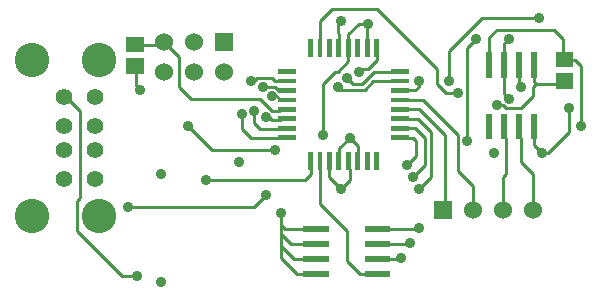
<source format=gbr>
G04 start of page 2 for group 0 idx 0 *
G04 Title: (unknown), component *
G04 Creator: pcb 20091103 *
G04 CreationDate: Sat 19 Mar 2011 11:45:18 AM GMT UTC *
G04 For: gjhurlbu *
G04 Format: Gerber/RS-274X *
G04 PCB-Dimensions: 600000 500000 *
G04 PCB-Coordinate-Origin: lower left *
%MOIN*%
%FSLAX25Y25*%
%LNFRONT*%
%ADD11C,0.0100*%
%ADD12C,0.0560*%
%ADD13C,0.1150*%
%ADD14C,0.0200*%
%ADD15C,0.0600*%
%ADD16C,0.0360*%
%ADD17R,0.0200X0.0200*%
%ADD18R,0.0512X0.0512*%
%ADD19R,0.0157X0.0157*%
%ADD20C,0.0910*%
%ADD21C,0.0380*%
G54D11*X163000Y379000D02*X166000Y382000D01*
Y385583D01*
X165575Y386008D01*
X168725Y390434D02*Y393275D01*
X166000Y396000D01*
X162425Y390434D02*Y392425D01*
X166000Y396000D01*
X184992Y395977D02*X187023D01*
X188000Y395000D01*
X187874Y399126D02*X191000Y396000D01*
X184992Y399126D02*X187874D01*
X184992Y402276D02*X188724D01*
X193000Y398000D01*
X184992Y405425D02*X189275D01*
X197786Y396914D01*
X184992Y408575D02*X190425D01*
X184992Y411725D02*X187725D01*
X189000Y413000D01*
Y415000D01*
X190425Y408575D02*X202000Y397000D01*
Y385000D01*
Y411000D02*X198000D01*
X195000Y414000D01*
X199000Y425000D02*Y415000D01*
X195000Y414000D02*Y419000D01*
X162425Y427992D02*Y430575D01*
X171874Y427992D02*Y433874D01*
X172000Y434000D01*
X165575Y427992D02*Y430575D01*
X169000Y434000D01*
X172000D01*
X162425Y430575D02*X162000Y431000D01*
Y434000D01*
X163000Y435000D01*
X160000Y439000D02*X156000Y435000D01*
Y428118D01*
X156126Y427992D01*
X174000Y439000D02*X160000D01*
X180566Y414874D02*X173874D01*
X180566Y418024D02*X174024D01*
X175023Y423566D02*Y422023D01*
X172000Y419000D01*
X175000Y439000D02*X173000D01*
X175000D02*X195000Y419000D01*
X173874Y414874D02*X171000Y412000D01*
X174024Y418024D02*X170000Y414000D01*
X171000Y412000D02*X163000D01*
X162000Y413000D01*
X170000Y414000D02*X167000D01*
X165000Y416000D01*
X172000Y419000D02*X170000D01*
X169000Y418000D01*
X165575Y423566D02*Y421575D01*
X162000Y418000D01*
X157000Y397000D02*Y414000D01*
X161000Y418000D01*
X162000D01*
X151500Y350500D02*X148500D01*
X172000D02*X169500D01*
X165000Y355000D01*
X148500Y350500D02*X143000Y356000D01*
X147500Y355500D02*X143000Y360000D01*
X146500Y360500D02*X143000Y364000D01*
X144500Y365500D02*X143000Y367000D01*
Y356000D02*Y371000D01*
X151500Y355500D02*X147500D01*
X151500Y360500D02*X146500D01*
X151500Y365500D02*X144500D01*
X76000Y376000D02*X75000Y375000D01*
Y365000D01*
X90000Y350000D01*
X95000D01*
X70700Y409600D02*X71400D01*
X76000Y405000D01*
Y376000D01*
X94786Y419914D02*Y413214D01*
X96000Y412000D01*
X94000Y427000D02*X103000D01*
X104000Y428000D01*
X109000Y423000D01*
Y413000D01*
X165000Y355000D02*Y365000D01*
X156000Y374000D01*
Y385882D01*
X156126Y386008D01*
X159276D02*Y382724D01*
X163000Y379000D01*
X151000Y382000D02*X153000Y384000D01*
Y385985D01*
X152977Y386008D01*
X118000Y382000D02*X151000D01*
X143008Y395976D02*X134024D01*
X134000Y396000D01*
X133000D01*
X141000Y392000D02*X120000D01*
X133000Y396000D02*X130000Y399000D01*
X120000Y392000D02*X112000Y400000D01*
X92000Y373000D02*X134000D01*
X138000Y377000D01*
X130000Y399000D02*Y404000D01*
X134000Y405000D02*Y401000D01*
X136000Y399000D01*
X125000Y409000D02*X136000D01*
X113000D02*X121000D01*
X109000Y413000D02*X113000Y409000D01*
X126000D01*
X138000Y403000D02*X139000D01*
X140000Y402000D01*
X142733D01*
X136000Y399000D02*X142882D01*
X143008Y399126D01*
X142733Y402000D02*X143008Y402275D01*
X133000Y415000D02*X134000D01*
X135000Y416000D01*
X140000D01*
X141000Y415000D01*
X142882D01*
X143008Y414874D01*
X137000Y413000D02*X141000D01*
X142000Y412000D01*
X142732D01*
X143008Y411724D01*
X140000Y410000D02*X141583D01*
X143008Y408575D01*
X136000Y409000D02*X140000Y405000D01*
X142583D01*
X143008Y405425D01*
X217000Y372000D02*Y383000D01*
X218000Y384000D01*
Y396000D01*
X227000Y372000D02*Y384000D01*
X223000Y388000D01*
Y396000D01*
X222500Y396500D01*
X227500D02*Y393500D01*
X230000Y391000D01*
X232000D01*
X239000Y398000D01*
Y406000D01*
X188000Y395000D02*Y390000D01*
X191000Y396000D02*Y387000D01*
X187000Y383000D01*
X193000Y398000D02*Y383000D01*
X188000Y390000D02*X185000Y387000D01*
X193000Y383000D02*X189000Y379000D01*
X197786Y396914D02*Y372786D01*
X197000Y372000D01*
X202000Y385000D02*X207000Y380000D01*
Y372000D01*
X178500Y365500D02*X188500D01*
X189000Y366000D01*
X178500Y355500D02*X182500D01*
X183000Y356000D01*
X178500Y360500D02*X185500D01*
X186000Y361000D01*
X227500Y417000D02*Y414500D01*
X234914Y414000D02*X236000Y415086D01*
X222500Y417000D02*Y413500D01*
X215000Y432000D02*X234000D01*
X237000Y429000D01*
X217500Y423500D02*Y427500D01*
X219000Y429000D01*
X237000Y422214D02*X237214Y422000D01*
X237000Y429000D02*Y423214D01*
X227500Y414500D02*X228000Y414000D01*
X234914D01*
X222500Y413500D02*X223000Y413000D01*
X227000D02*X228000Y414000D01*
X238000Y422000D02*X241000D01*
X243000Y420000D01*
Y400000D01*
X218000Y396000D02*X217500Y396500D01*
Y417000D02*Y410500D01*
X219000Y409000D01*
X215000Y407000D02*X217000D01*
X218000Y406000D01*
X223000D01*
X227000Y410000D01*
Y413000D01*
X205000Y395000D02*Y426000D01*
X212500Y429500D02*X215000Y432000D01*
X212500Y424500D02*Y429500D01*
X205000Y426000D02*X208000Y429000D01*
X229000Y436000D02*X210000D01*
X199000Y425000D01*
G54D12*X70700Y409600D03*
Y399800D03*
Y382100D03*
G54D13*X60000Y370000D03*
G54D12*X81000Y409600D03*
G54D13*X82400Y421700D03*
X60000D03*
G54D12*X81000Y399800D03*
Y391900D03*
Y382100D03*
G54D13*X82400Y370000D03*
G54D14*G36*
X121000Y431000D02*Y425000D01*
X127000D01*
Y431000D01*
X121000D01*
G37*
G54D15*X124000Y418000D03*
X114000Y428000D03*
Y418000D03*
X104000Y428000D03*
Y418000D03*
G54D12*X70700Y391900D03*
G54D14*G36*
X194000Y375000D02*Y369000D01*
X200000D01*
Y375000D01*
X194000D01*
G37*
G54D15*X207000Y372000D03*
X217000D03*
X227000D03*
G54D16*X223000Y413000D03*
X230000Y391000D03*
X202000Y411000D03*
X199000Y415000D03*
X219000Y409000D03*
X214000Y391000D03*
X205000Y395000D03*
X219000Y429000D03*
X229000Y436000D03*
X208000Y429000D03*
X215000Y407000D03*
X239000Y406000D03*
X243000Y400000D03*
X103000Y384000D03*
Y348000D03*
X95000Y350000D03*
X143000Y371000D03*
X118000Y382000D03*
X138000Y377000D03*
X130000Y404000D03*
X134000Y405000D03*
X138000Y403000D03*
X133000Y415000D03*
X137000Y413000D03*
X140000Y410000D03*
X96000Y412000D03*
X112000Y400000D03*
X141000Y392000D03*
X129000Y388000D03*
X92000Y373000D03*
X163000Y379000D03*
X185000Y387000D03*
X187000Y383000D03*
X189000Y379000D03*
Y366000D03*
Y415000D03*
X183000Y356000D03*
X186000Y361000D03*
X163000Y435000D03*
X172000Y434000D03*
X165000Y416000D03*
X169000Y418000D03*
X162000Y413000D03*
X166000Y396000D03*
X157000Y397000D03*
G54D17*X212500Y403000D02*Y396500D01*
X217500Y403000D02*Y396500D01*
X222500Y403000D02*Y396500D01*
X227500Y403000D02*Y396500D01*
G54D18*X237214Y414914D02*X238000D01*
G54D17*X217500Y423500D02*Y417000D01*
X212500Y423500D02*Y417000D01*
G54D18*X237214Y422000D02*X238000D01*
G54D17*X222500Y423500D02*Y417000D01*
X227500Y423500D02*Y417000D01*
G54D18*X94000Y427000D02*X94786D01*
X94000Y419914D02*X94786D01*
G54D17*X172000Y350500D02*X178500D01*
X172000Y355500D02*X178500D01*
X172000Y360500D02*X178500D01*
X172000Y365500D02*X178500D01*
X151500D02*X158000D01*
X151500Y360500D02*X158000D01*
X151500Y355500D02*X158000D01*
X151500Y350500D02*X158000D01*
G54D19*X180566Y395977D02*X184992D01*
X180566Y399126D02*X184992D01*
X180566Y402276D02*X184992D01*
X180566Y405425D02*X184992D01*
X180566Y408575D02*X184992D01*
X180566Y411725D02*X184992D01*
X180566Y414874D02*X184992D01*
X180566Y418024D02*X184992D01*
X152977Y390434D02*Y386008D01*
X156126Y390434D02*Y386008D01*
X159276Y390434D02*Y386008D01*
X162425Y390434D02*Y386008D01*
X165575Y390434D02*Y386008D01*
X168725Y390434D02*Y386008D01*
X171874Y390434D02*Y386008D01*
X175024Y390434D02*Y386008D01*
X175023Y427992D02*Y423566D01*
X171874Y427992D02*Y423566D01*
X168724Y427992D02*Y423566D01*
X165575Y427992D02*Y423566D01*
X162425Y427992D02*Y423566D01*
X159275Y427992D02*Y423566D01*
X156126Y427992D02*Y423566D01*
X152976Y427992D02*Y423566D01*
X143008Y418023D02*X147434D01*
X143008Y414874D02*X147434D01*
X143008Y411724D02*X147434D01*
X143008Y408575D02*X147434D01*
X143008Y405425D02*X147434D01*
X143008Y402275D02*X147434D01*
X143008Y399126D02*X147434D01*
X143008Y395976D02*X147434D01*
G54D16*G54D20*G54D16*G54D20*G54D16*G54D20*G54D21*G54D16*G54D21*G54D14*M02*

</source>
